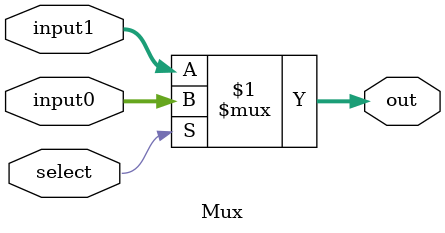
<source format=v>
`timescale 1ns / 1ps


module Mux(
    input select,
    input [31:0] input0,
    input [31:0] input1,
    output [31:0] out
    );
    assign out = select?input0:input1;
endmodule

</source>
